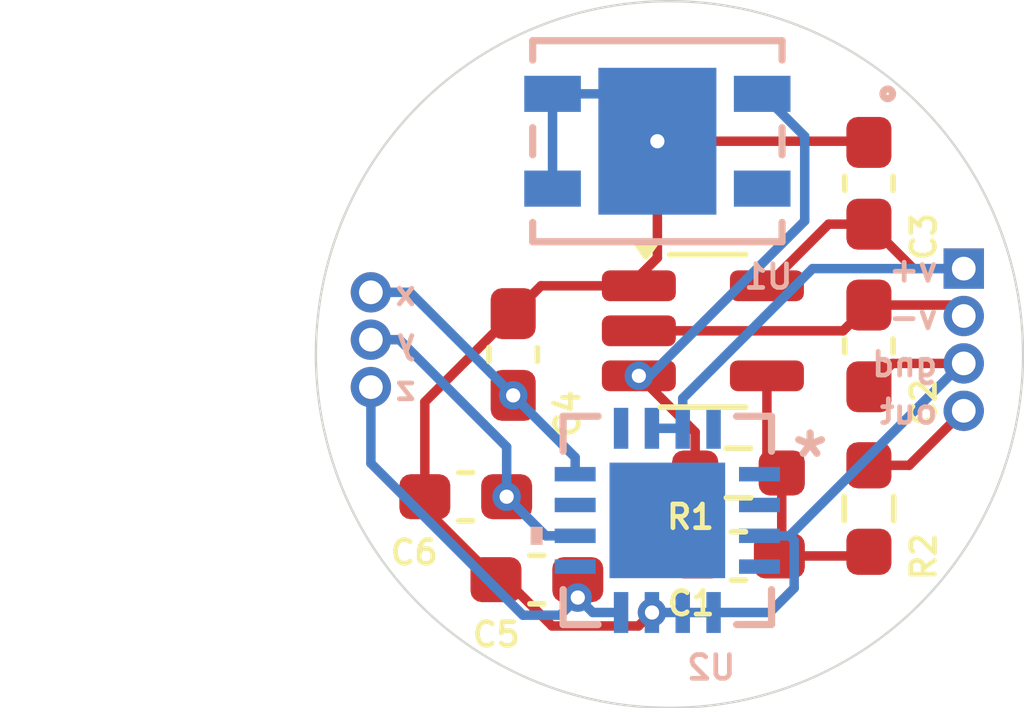
<source format=kicad_pcb>
(kicad_pcb (version 20240108) (generator "pcbnew") (generator_version "8.0")
  (layers (0 "F.Cu" signal) (31 "B.Cu" signal) (34 "B.Paste" user) (35 "F.Paste" user) (36 "B.SilkS" user "B.Silkscreen") (37 "F.SilkS" user "F.Silkscreen") (38 "B.Mask" user) (39 "F.Mask" user) (44 "Edge.Cuts" user))
  (net 0 "")
  (net 1 "Net-(C1-Pad2)")
  (net 2 "gnd")
  (net 3 "Vneg")
  (net 4 "Vpos")
  (net 5 "output")
  (net 7 "Net-(U1--)")
  (net 8 "xout")
  (net 9 "zout")
  (net 10 "yout")
  (footprint "Capacitor_SMD:C_0603_1608Metric_Pad1.08x0.95mm_HandSolder" (layer "F.Cu") (at 132.75 79.5 -90)
    (property "Reference" "C4" (at 1.248064 -1.147298 90) (layer "F.SilkS") (effects (font (size 0.5 0.5) (thickness 0.1) (bold yes))))
    (property "Value" "C")
    (fp_line (start -0.146267 0.51) (end 0.146267 0.51) (stroke (width 0.12)) (layer "F.SilkS"))
    (fp_line (start -0.146267 -0.51) (end 0.146267 -0.51) (stroke (width 0.12)) (layer "F.SilkS"))
    (pad "1" smd roundrect (at -0.8625 0 270) (size 1.075 0.95) (layers "F.Cu" "F.Paste" "F.Mask") (net 2 "gnd"))
    (pad "2" smd roundrect (at 0.8625 0 270) (size 1.075 0.95) (layers "F.Cu" "F.Paste" "F.Mask") (net 8 "xout"))
  )
  (footprint "Capacitor_SMD:C_0603_1608Metric_Pad1.08x0.95mm_HandSolder" (layer "F.Cu") (at 131.75 82.5 180)
    (property "Reference" "C6" (at 1.088442 -1.179095 0) (layer "F.SilkS") (effects (font (size 0.5 0.5) (thickness 0.1) (bold yes))))
    (property "Value" "C")
    (fp_line (start -0.146267 0.51) (end 0.146267 0.51) (stroke (width 0.12)) (layer "F.SilkS"))
    (fp_line (start -0.146267 -0.51) (end 0.146267 -0.51) (stroke (width 0.12)) (layer "F.SilkS"))
    (pad "1" smd roundrect (at -0.8625 0 180) (size 1.075 0.95) (layers "F.Cu" "F.Paste" "F.Mask") (net 10 "yout"))
    (pad "2" smd roundrect (at 0.8625 0 180) (size 1.075 0.95) (layers "F.Cu" "F.Paste" "F.Mask") (net 2 "gnd"))
  )
  (footprint "Connector_PinSocket_1.00mm:PinSocket_1x04_P1.00mm_Vertical" (layer "F.Cu") (at 142.25 77.6875)
    (property "Reference" "J1" (hide yes))
    (property "Value" "Conn_01x04_Socket" (hide yes))
    (pad "1" thru_hole rect (at 0 0) (size 0.85 0.85) (drill 0.5) (layers "*.Cu" "*.Mask") (net 4 "Vpos"))
    (pad "2" thru_hole oval (at 0 1) (size 0.85 0.85) (drill 0.5) (layers "*.Cu" "*.Mask") (net 3 "Vneg"))
    (pad "3" thru_hole oval (at 0 2) (size 0.85 0.85) (drill 0.5) (layers "*.Cu" "*.Mask") (net 2 "gnd"))
    (pad "4" thru_hole oval (at 0 3) (size 0.85 0.85) (drill 0.5) (layers "*.Cu" "*.Mask") (net 5 "output"))
  )
  (footprint "Resistor_SMD:R_0603_1608Metric_Pad0.98x0.95mm_HandSolder" (layer "F.Cu") (at 137.5 82)
    (property "Reference" "R1" (at -1.012009 0.927516 0) (layer "F.SilkS") (effects (font (size 0.5 0.5) (thickness 0.1) (bold yes))))
    (property "Value" "R_US")
    (fp_line (start -0.254724 -0.5225) (end 0.254724 -0.5225) (stroke (width 0.12)) (layer "F.SilkS"))
    (fp_line (start -0.254724 0.5225) (end 0.254724 0.5225) (stroke (width 0.12)) (layer "F.SilkS"))
    (pad "1" smd roundrect (at -0.9125 0) (size 0.975 0.95) (layers "F.Cu" "F.Paste" "F.Mask") (net 7 "Net-(U1--)"))
    (pad "2" smd roundrect (at 0.9125 0) (size 0.975 0.95) (layers "F.Cu" "F.Paste" "F.Mask") (net 1 "Net-(C1-Pad2)"))
  )
  (footprint "Resistor_SMD:R_0603_1608Metric_Pad0.98x0.95mm_HandSolder" (layer "F.Cu") (at 140.25 82.75 90)
    (property "Reference" "R2" (at -1.012817 1.155849 90) (layer "F.SilkS") (effects (font (size 0.5 0.5) (thickness 0.1) (bold yes))))
    (property "Value" "R_US")
    (fp_line (start -0.254724 -0.5225) (end 0.254724 -0.5225) (stroke (width 0.12)) (layer "F.SilkS"))
    (fp_line (start -0.254724 0.5225) (end 0.254724 0.5225) (stroke (width 0.12)) (layer "F.SilkS"))
    (pad "1" smd roundrect (at -0.9125 0 90) (size 0.975 0.95) (layers "F.Cu" "F.Paste" "F.Mask") (net 1 "Net-(C1-Pad2)"))
    (pad "2" smd roundrect (at 0.9125 0 90) (size 0.975 0.95) (layers "F.Cu" "F.Paste" "F.Mask") (net 5 "output"))
  )
  (footprint "Package_TO_SOT_SMD:SOT-23-5_HandSoldering" (layer "F.Cu") (at 136.75 79)
    (property "Reference" "U1" (hide yes))
    (property "Value" "OPA376xxDCK")
    (fp_line (start -0.9 1.61) (end 0.9 1.61) (stroke (width 0.12)) (layer "F.SilkS"))
    (fp_line (start 0.1 -1.61) (end -0.7 -1.61) (stroke (width 0.12)) (layer "F.SilkS"))
    (fp_line (start 0.1 -1.61) (end 0.9 -1.61) (stroke (width 0.12)) (layer "F.SilkS"))
    (fp_poly (pts (xy -1.2 -1.56) (xy -1.44 -1.89) (xy -0.96 -1.89) (xy -1.2 -1.56)) (stroke (width 0.12)) (fill solid) (layer "F.SilkS"))
    (pad "1" smd roundrect (at -1.35 -0.95) (size 1.56 0.65) (layers "F.Cu" "F.Paste" "F.Mask") (net 2 "gnd"))
    (pad "2" smd roundrect (at -1.35 0) (size 1.56 0.65) (layers "F.Cu" "F.Paste" "F.Mask") (net 3 "Vneg"))
    (pad "3" smd roundrect (at -1.35 0.95) (size 1.56 0.65) (layers "F.Cu" "F.Paste" "F.Mask") (net 7 "Net-(U1--)"))
    (pad "4" smd roundrect (at 1.35 0.95) (size 1.56 0.65) (layers "F.Cu" "F.Paste" "F.Mask") (net 1 "Net-(C1-Pad2)"))
    (pad "5" smd roundrect (at 1.35 -0.95) (size 1.56 0.65) (layers "F.Cu" "F.Paste" "F.Mask") (net 4 "Vpos"))
  )
  (footprint "Connector_PinSocket_1.00mm:PinSocket_1x03_P1.00mm_Vertical" (layer "F.Cu") (at 129.75 78.1875)
    (property "Reference" "J2" (hide yes))
    (property "Value" "Conn_01x03_Socket")
    (pad "1" thru_hole circle (at 0 0) (size 0.85 0.85) (drill 0.5) (layers "*.Cu" "*.Mask") (net 8 "xout"))
    (pad "2" thru_hole oval (at 0 1) (size 0.85 0.85) (drill 0.5) (layers "*.Cu" "*.Mask") (net 10 "yout"))
    (pad "3" thru_hole oval (at 0 2) (size 0.85 0.85) (drill 0.5) (layers "*.Cu" "*.Mask") (net 9 "zout"))
  )
  (footprint "Capacitor_SMD:C_0603_1608Metric_Pad1.08x0.95mm_HandSolder" (layer "F.Cu") (at 140.25 79.31875 -90)
    (property "Reference" "C2" (at 1.194067 -1.155849 90) (layer "F.SilkS") (effects (font (size 0.5 0.5) (thickness 0.1) (bold yes))))
    (property "Value" "C")
    (fp_line (start -0.146267 0.51) (end 0.146267 0.51) (stroke (width 0.12)) (layer "F.SilkS"))
    (fp_line (start -0.146267 -0.51) (end 0.146267 -0.51) (stroke (width 0.12)) (layer "F.SilkS"))
    (pad "1" smd roundrect (at -0.8625 0 270) (size 1.075 0.95) (layers "F.Cu" "F.Paste" "F.Mask") (net 3 "Vneg"))
    (pad "2" smd roundrect (at 0.8625 0 270) (size 1.075 0.95) (layers "F.Cu" "F.Paste" "F.Mask") (net 2 "gnd"))
  )
  (footprint "Capacitor_SMD:C_0603_1608Metric_Pad1.08x0.95mm_HandSolder" (layer "F.Cu") (at 140.25 75.8875 90)
    (property "Reference" "C3" (at -1.125317 1.155849 90) (layer "F.SilkS") (effects (font (size 0.5 0.5) (thickness 0.1) (bold yes))))
    (property "Value" "C")
    (fp_line (start -0.146267 -0.51) (end 0.146267 -0.51) (stroke (width 0.12)) (layer "F.SilkS"))
    (fp_line (start -0.146267 0.51) (end 0.146267 0.51) (stroke (width 0.12)) (layer "F.SilkS"))
    (pad "1" smd roundrect (at -0.8625 0 90) (size 1.075 0.95) (layers "F.Cu" "F.Paste" "F.Mask") (net 4 "Vpos"))
    (pad "2" smd roundrect (at 0.8625 0 90) (size 1.075 0.95) (layers "F.Cu" "F.Paste" "F.Mask") (net 2 "gnd"))
  )
  (footprint "Capacitor_SMD:C_0603_1608Metric_Pad1.08x0.95mm_HandSolder" (layer "F.Cu") (at 133.25 84.25 180)
    (property "Reference" "C5" (at 0.858192 -1.159345 0) (layer "F.SilkS") (effects (font (size 0.5 0.5) (thickness 0.1) (bold yes))))
    (property "Value" "C")
    (fp_line (start -0.146267 0.51) (end 0.146267 0.51) (stroke (width 0.12)) (layer "F.SilkS"))
    (fp_line (start -0.146267 -0.51) (end 0.146267 -0.51) (stroke (width 0.12)) (layer "F.SilkS"))
    (pad "1" smd roundrect (at -0.8625 0 180) (size 1.075 0.95) (layers "F.Cu" "F.Paste" "F.Mask") (net 9 "zout"))
    (pad "2" smd roundrect (at 0.8625 0 180) (size 1.075 0.95) (layers "F.Cu" "F.Paste" "F.Mask") (net 2 "gnd"))
  )
  (footprint "Capacitor_SMD:C_0603_1608Metric_Pad1.08x0.95mm_HandSolder" (layer "F.Cu") (at 137.5 83.75)
    (property "Reference" "C1" (at -1 1 0) (layer "F.SilkS") (effects (font (size 0.5 0.5) (thickness 0.1) (bold yes))))
    (property "Value" "C")
    (fp_line (start -0.146267 -0.51) (end 0.146267 -0.51) (stroke (width 0.12)) (layer "F.SilkS"))
    (fp_line (start -0.146267 0.51) (end 0.146267 0.51) (stroke (width 0.12)) (layer "F.SilkS"))
    (pad "1" smd roundrect (at -0.8625 0) (size 1.075 0.95) (layers "F.Cu" "F.Paste" "F.Mask") (net 7 "Net-(U1--)"))
    (pad "2" smd roundrect (at 0.8625 0) (size 1.075 0.95) (layers "F.Cu" "F.Paste" "F.Mask") (net 1 "Net-(C1-Pad2)"))
  )
  (footprint "Library:CP_16_5A_ADI" (layer "B.Cu") (at 136 83 180)
    (property "Reference" "U3" (hide yes))
    (property "Value" "ADXL325BCPZ")
    (fp_line (start 2.1971 2.1971) (end 2.1971 1.460139) (stroke (width 0.1524)) (layer "B.SilkS"))
    (fp_line (start 2.1971 -1.460139) (end 2.1971 -2.1971) (stroke (width 0.1524)) (layer "B.SilkS"))
    (fp_line (start 2.1971 -2.1971) (end 1.460139 -2.1971) (stroke (width 0.1524)) (layer "B.SilkS"))
    (fp_line (start 1.460139 2.1971) (end 2.1971 2.1971) (stroke (width 0.1524)) (layer "B.SilkS"))
    (fp_line (start -1.460139 -2.1971) (end -2.1971 -2.1971) (stroke (width 0.1524)) (layer "B.SilkS"))
    (fp_line (start -2.1971 2.1971) (end -1.460139 2.1971) (stroke (width 0.1524)) (layer "B.SilkS"))
    (fp_line (start -2.1971 1.460139) (end -2.1971 2.1971) (stroke (width 0.1524)) (layer "B.SilkS"))
    (fp_line (start -2.1971 -2.1971) (end -2.1971 -1.460139) (stroke (width 0.1524)) (layer "B.SilkS"))
    (fp_poly (pts (xy 2.8829 -0.134501) (xy 2.8829 -0.515501) (xy 2.6289 -0.515501) (xy 2.6289 -0.134501)) (fill solid) (layer "B.SilkS"))
    (fp_text user "*" (at -3.0099 1.3 0) (layer "B.SilkS") (effects (justify mirror)))
    (fp_text user "*" (at -3.0099 1.3 0) (layer "B.SilkS") (effects (justify mirror)))
    (pad "1" smd rect (at -1.9431 0.974999 90) (size 0.3048 0.8636) (layers "B.Cu" "B.Paste" "B.Mask"))
    (pad "2" smd rect (at -1.9431 0.325001 90) (size 0.3048 0.8636) (layers "B.Cu" "B.Paste" "B.Mask"))
    (pad "3" smd rect (at -1.9431 -0.325001 90) (size 0.3048 0.8636) (layers "B.Cu" "B.Paste" "B.Mask") (net 2 "gnd"))
    (pad "4" smd rect (at -1.9431 -0.974999 90) (size 0.3048 0.8636) (layers "B.Cu" "B.Paste" "B.Mask"))
    (pad "5" smd rect (at -0.974999 -1.9431 180) (size 0.3048 0.8636) (layers "B.Cu" "B.Paste" "B.Mask") (net 2 "gnd"))
    (pad "6" smd rect (at -0.325001 -1.9431 180) (size 0.3048 0.8636) (layers "B.Cu" "B.Paste" "B.Mask") (net 2 "gnd"))
    (pad "7" smd rect (at 0.325001 -1.9431 180) (size 0.3048 0.8636) (layers "B.Cu" "B.Paste" "B.Mask") (net 2 "gnd"))
    (pad "8" smd rect (at 0.974999 -1.9431 180) (size 0.3048 0.8636) (layers "B.Cu" "B.Paste" "B.Mask") (net 9 "zout"))
    (pad "9" smd rect (at 1.9431 -0.974999 90) (size 0.3048 0.8636) (layers "B.Cu" "B.Paste" "B.Mask"))
    (pad "10" smd rect (at 1.9431 -0.325001 90) (size 0.3048 0.8636) (layers "B.Cu" "B.Paste" "B.Mask") (net 10 "yout"))
    (pad "11" smd rect (at 1.9431 0.325001 90) (size 0.3048 0.8636) (layers "B.Cu" "B.Paste" "B.Mask"))
    (pad "12" smd rect (at 1.9431 0.974999 90) (size 0.3048 0.8636) (layers "B.Cu" "B.Paste" "B.Mask") (net 8 "xout"))
    (pad "13" smd rect (at 0.974999 1.9431 180) (size 0.3048 0.8636) (layers "B.Cu" "B.Paste" "B.Mask"))
    (pad "14" smd rect (at 0.325001 1.9431 180) (size 0.3048 0.8636) (layers "B.Cu" "B.Paste" "B.Mask") (net 4 "Vpos"))
    (pad "15" smd rect (at -0.325001 1.9431 180) (size 0.3048 0.8636) (layers "B.Cu" "B.Paste" "B.Mask") (net 4 "Vpos"))
    (pad "16" smd rect (at -0.974999 1.9431 180) (size 0.3048 0.8636) (layers "B.Cu" "B.Paste" "B.Mask"))
    (pad "17" smd rect (at 0 0 180) (size 2.4384 2.4384) (layers "B.Cu" "B.Paste" "B.Mask"))
  )
  (footprint "Library:SMD_VEMD5-5X4_VIS" (layer "B.Cu") (at 135.7902 75.000001 180)
    (property "Reference" "U2" (hide yes))
    (property "Value" "VEMD5060X01")
    (fp_line (start 2.6289 2.1209) (end 2.6289 1.713741) (stroke (width 0.1524)) (layer "B.SilkS"))
    (fp_line (start 2.6289 0.286261) (end 2.6289 -0.286261) (stroke (width 0.1524)) (layer "B.SilkS"))
    (fp_line (start 2.6289 -1.713741) (end 2.6289 -2.1209) (stroke (width 0.1524)) (layer "B.SilkS"))
    (fp_line (start 2.6289 -2.1209) (end -2.6289 -2.1209) (stroke (width 0.1524)) (layer "B.SilkS"))
    (fp_line (start -2.6289 2.1209) (end 2.6289 2.1209) (stroke (width 0.1524)) (layer "B.SilkS"))
    (fp_line (start -2.6289 1.713741) (end -2.6289 2.1209) (stroke (width 0.1524)) (layer "B.SilkS"))
    (fp_line (start -2.6289 -0.286261) (end -2.6289 0.286261) (stroke (width 0.1524)) (layer "B.SilkS"))
    (fp_line (start -2.6289 -2.1209) (end -2.6289 -1.713741) (stroke (width 0.1524)) (layer "B.SilkS"))
    (fp_circle (center -4.8575 1) (end -4.7559 1) (stroke (width 0.1524)) (fill none) (layer "B.SilkS"))
    (pad "1" smd rect (at -2.2098 1.000001 180) (size 1.1938 0.762) (layers "B.Cu" "B.Paste" "B.Mask") (net 7 "Net-(U1--)"))
    (pad "2" smd rect (at -2.2098 -1.000001 180) (size 1.1938 0.762) (layers "B.Cu" "B.Paste" "B.Mask"))
    (pad "3" smd rect (at 2.2098 -1.000001 180) (size 1.1938 0.762) (layers "B.Cu" "B.Paste" "B.Mask") (net 2 "gnd"))
    (pad "4" smd rect (at 2.2098 1.000001 180) (size 1.1938 0.762) (layers "B.Cu" "B.Paste" "B.Mask") (net 2 "gnd"))
    (pad "5" smd rect (at 0 0 180) (size 2.4892 3.0988) (layers "B.Cu" "B.Paste" "B.Mask") (net 2 "gnd"))
  )
  (gr_circle (center 136.045053 79.5) (end 143.499822 79.448409) (stroke (width 0.05)) (fill none) (layer "Edge.Cuts"))
  (gr_text "y" (at 130.75 79.5 0) (layer "B.SilkS") (effects (font (size 0.5 0.5) (thickness 0.1)) (justify left bottom mirror)))
  (gr_text "x" (at 130.75 78.5 0) (layer "B.SilkS") (effects (font (size 0.5 0.5) (thickness 0.1)) (justify left bottom mirror)))
  (gr_text "gnd" (at 141.75 80 0) (layer "B.SilkS") (effects (font (size 0.5 0.5) (thickness 0.1)) (justify left bottom mirror)))
  (gr_text "z" (at 130.75 80.5 0) (layer "B.SilkS") (effects (font (size 0.5 0.5) (thickness 0.1)) (justify left bottom mirror)))
  (gr_text "U1" (at 138.130887 77.858497 0) (layer "B.SilkS") (effects (font (size 0.5 0.5) (thickness 0.1) (bold yes)) (justify mirror)))
  (gr_text "U2" (at 136.927387 86.10509 0) (layer "B.SilkS") (effects (font (size 0.5 0.5) (thickness 0.1) (bold yes)) (justify mirror)))
  (gr_text "v-" (at 141.75 79 0) (layer "B.SilkS") (effects (font (size 0.5 0.5) (thickness 0.1)) (justify left bottom mirror)))
  (gr_text "v+" (at 141.75 78 0) (layer "B.SilkS") (effects (font (size 0.5 0.5) (thickness 0.1)) (justify left bottom mirror)))
  (gr_text "out" (at 141.75 81 0) (layer "B.SilkS") (effects (font (size 0.5 0.5) (thickness 0.1)) (justify left bottom mirror)))
  (segment (start 138.4125 82) (end 138.4125 83.7) (width 0.2) (layer "F.Cu") (net 1))
  (segment (start 138.3625 83.75) (end 140.1625 83.75) (width 0.2) (layer "F.Cu") (net 1))
  (segment (start 140.1625 83.75) (end 140.25 83.6625) (width 0.2) (layer "F.Cu") (net 1))
  (segment (start 138.1 79.95) (end 138.1 81.6875) (width 0.2) (layer "F.Cu") (net 1))
  (segment (start 138.1 81.6875) (end 138.4125 82) (width 0.2) (layer "F.Cu") (net 1))
  (segment (start 138.4125 83.7) (end 138.3625 83.75) (width 0.2) (layer "F.Cu") (net 1))
  (segment (start 140.74375 79.6875) (end 140.25 80.18125) (width 0.2) (layer "F.Cu") (net 2))
  (segment (start 135.4 78.05) (end 135.4 77.85) (width 0.2) (layer "F.Cu") (net 2))
  (segment (start 133.568749 85.227401) (end 135.393102 85.227401) (width 0.2) (layer "F.Cu") (net 2))
  (segment (start 130.8875 82.5) (end 130.8875 80.5) (width 0.2) (layer "F.Cu") (net 2))
  (segment (start 132.75 78.6375) (end 133.3375 78.05) (width 0.2) (layer "F.Cu") (net 2))
  (segment (start 135.7902 75.000001) (end 140.225001 75.000001) (width 0.2) (layer "F.Cu") (net 2))
  (segment (start 132.591348 84.25) (end 133.568749 85.227401) (width 0.2) (layer "F.Cu") (net 2))
  (segment (start 142.25 79.6875) (end 140.74375 79.6875) (width 0.2) (layer "F.Cu") (net 2))
  (segment (start 135.7902 77.4598) (end 135.7902 75.000001) (width 0.2) (layer "F.Cu") (net 2))
  (segment (start 140.225001 75.000001) (end 140.25 75.025) (width 0.2) (layer "F.Cu") (net 2))
  (segment (start 132.3875 84.25) (end 132.591348 84.25) (width 0.2) (layer "F.Cu") (net 2))
  (segment (start 130.8875 82.75) (end 132.3875 84.25) (width 0.2) (layer "F.Cu") (net 2))
  (segment (start 130.8875 82.5) (end 130.8875 82.75) (width 0.2) (layer "F.Cu") (net 2))
  (segment (start 135.393102 85.227401) (end 135.677403 84.9431) (width 0.2) (layer "F.Cu") (net 2))
  (segment (start 133.3375 78.05) (end 135.4 78.05) (width 0.2) (layer "F.Cu") (net 2))
  (segment (start 130.8875 80.5) (end 132.75 78.6375) (width 0.2) (layer "F.Cu") (net 2))
  (segment (start 135.4 77.85) (end 135.7902 77.4598) (width 0.2) (layer "F.Cu") (net 2))
  (via (at 135.7902 75.000001) (size 0.6) (drill 0.3) (layers "F.Cu" "B.Cu") (net 2))
  (via (at 135.677403 84.9431) (size 0.6) (drill 0.3) (layers "F.Cu" "B.Cu") (net 2))
  (segment (start 136.325001 84.9431) (end 136.974999 84.9431) (width 0.2) (layer "B.Cu") (net 2))
  (segment (start 138.5749 83.325001) (end 137.9431 83.325001) (width 0.2) (layer "B.Cu") (net 2))
  (segment (start 138.159199 84.9431) (end 138.6749 84.427399) (width 0.2) (layer "B.Cu") (net 2))
  (segment (start 134.790199 74) (end 135.7902 75.000001) (width 0.2) (layer "B.Cu") (net 2))
  (segment (start 133.5804 74) (end 134.790199 74) (width 0.2) (layer "B.Cu") (net 2))
  (segment (start 133.5804 74) (end 133.5804 76.000002) (width 0.2) (layer "B.Cu") (net 2))
  (segment (start 142.212401 79.6875) (end 138.5749 83.325001) (width 0.2) (layer "B.Cu") (net 2))
  (segment (start 135.674999 84.9431) (end 136.325001 84.9431) (width 0.2) (layer "B.Cu") (net 2))
  (segment (start 138.6749 84.427399) (end 138.6749 83.425001) (width 0.2) (layer "B.Cu") (net 2))
  (segment (start 136.974999 84.9431) (end 138.159199 84.9431) (width 0.2) (layer "B.Cu") (net 2))
  (segment (start 142.25 79.6875) (end 142.212401 79.6875) (width 0.2) (layer "B.Cu") (net 2))
  (segment (start 138.6749 83.425001) (end 138.5749 83.325001) (width 0.2) (layer "B.Cu") (net 2))
  (segment (start 140.25 78.45625) (end 142.01875 78.45625) (width 0.2) (layer "F.Cu") (net 3))
  (segment (start 139.70625 79) (end 140.25 78.45625) (width 0.2) (layer "F.Cu") (net 3))
  (segment (start 142.01875 78.45625) (end 142.25 78.6875) (width 0.2) (layer "F.Cu") (net 3))
  (segment (start 135.4 79) (end 139.70625 79) (width 0.2) (layer "F.Cu") (net 3))
  (segment (start 142.25 77.6875) (end 141.1875 77.6875) (width 0.2) (layer "F.Cu") (net 4))
  (segment (start 139.4 76.75) (end 138.1 78.05) (width 0.2) (layer "F.Cu") (net 4))
  (segment (start 141.1875 77.6875) (end 140.25 76.75) (width 0.2) (layer "F.Cu") (net 4))
  (segment (start 140.25 76.75) (end 139.4 76.75) (width 0.2) (layer "F.Cu") (net 4))
  (segment (start 139.062601 77.6875) (end 142.25 77.6875) (width 0.2) (layer "B.Cu") (net 4))
  (segment (start 136.325001 80.4251) (end 139.062601 77.6875) (width 0.2) (layer "B.Cu") (net 4))
  (segment (start 136.325001 81.0569) (end 136.325001 80.4251) (width 0.2) (layer "B.Cu") (net 4))
  (segment (start 135.674999 81.0569) (end 136.325001 81.0569) (width 0.2) (layer "B.Cu") (net 4))
  (segment (start 141.1 81.8375) (end 142.25 80.6875) (width 0.2) (layer "F.Cu") (net 5))
  (segment (start 140.25 81.8375) (end 141.1 81.8375) (width 0.2) (layer "F.Cu") (net 5))
  (segment (start 136.5875 83.7) (end 136.6375 83.75) (width 0.2) (layer "F.Cu") (net 7))
  (segment (start 136.5875 82) (end 136.5875 83.7) (width 0.2) (layer "F.Cu") (net 7))
  (segment (start 136.5875 81.1375) (end 136.5875 82) (width 0.2) (layer "F.Cu") (net 7))
  (segment (start 135.4 79.95) (end 136.5875 81.1375) (width 0.2) (layer "F.Cu") (net 7))
  (via (at 135.4 79.95) (size 0.6) (drill 0.3) (layers "F.Cu" "B.Cu") (net 7))
  (segment (start 138.8969 74.8969) (end 138.8969 76.681002) (width 0.2) (layer "B.Cu") (net 7))
  (segment (start 135.627902 79.95) (end 135.4 79.95) (width 0.2) (layer "B.Cu") (net 7))
  (segment (start 138 74) (end 138.8969 74.8969) (width 0.2) (layer "B.Cu") (net 7))
  (segment (start 138.8969 76.681002) (end 135.627902 79.95) (width 0.2) (layer "B.Cu") (net 7))
  (via (at 132.75 80.3625) (size 0.6) (drill 0.3) (layers "F.Cu" "B.Cu") (net 8))
  (segment (start 134.0569 82.025001) (end 134.0569 81.6694) (width 0.2) (layer "B.Cu") (net 8))
  (segment (start 130.575 78.1875) (end 132.75 80.3625) (width 0.2) (layer "B.Cu") (net 8))
  (segment (start 129.75 78.1875) (end 130.575 78.1875) (width 0.2) (layer "B.Cu") (net 8))
  (segment (start 134.0569 81.6694) (end 132.75 80.3625) (width 0.2) (layer "B.Cu") (net 8))
  (via (at 134.1125 84.627401) (size 0.6) (drill 0.3) (layers "F.Cu" "B.Cu") (net 9))
  (segment (start 132.955332 85) (end 133.739901 85) (width 0.2) (layer "B.Cu") (net 9))
  (segment (start 129.75 80.1875) (end 129.75 81.794668) (width 0.2) (layer "B.Cu") (net 9))
  (segment (start 129.75 81.794668) (end 132.955332 85) (width 0.2) (layer "B.Cu") (net 9))
  (segment (start 133.739901 85) (end 134.1125 84.627401) (width 0.2) (layer "B.Cu") (net 9))
  (segment (start 135.025001 84.9431) (end 134.428199 84.9431) (width 0.2) (layer "B.Cu") (net 9))
  (segment (start 134.428199 84.9431) (end 134.1125 84.627401) (width 0.2) (layer "B.Cu") (net 9))
  (via (at 132.6125 82.5) (size 0.6) (drill 0.3) (layers "F.Cu" "B.Cu") (net 10))
  (segment (start 129.75 79.1875) (end 130.35104 79.1875) (width 0.2) (layer "B.Cu") (net 10))
  (segment (start 134.0569 83.325001) (end 133.437501 83.325001) (width 0.2) (layer "B.Cu") (net 10))
  (segment (start 132.6125 81.44896) (end 132.6125 82.5) (width 0.2) (layer "B.Cu") (net 10))
  (segment (start 133.437501 83.325001) (end 132.6125 82.5) (width 0.2) (layer "B.Cu") (net 10))
  (segment (start 130.35104 79.1875) (end 132.6125 81.44896) (width 0.2) (layer "B.Cu") (net 10))
)
</source>
